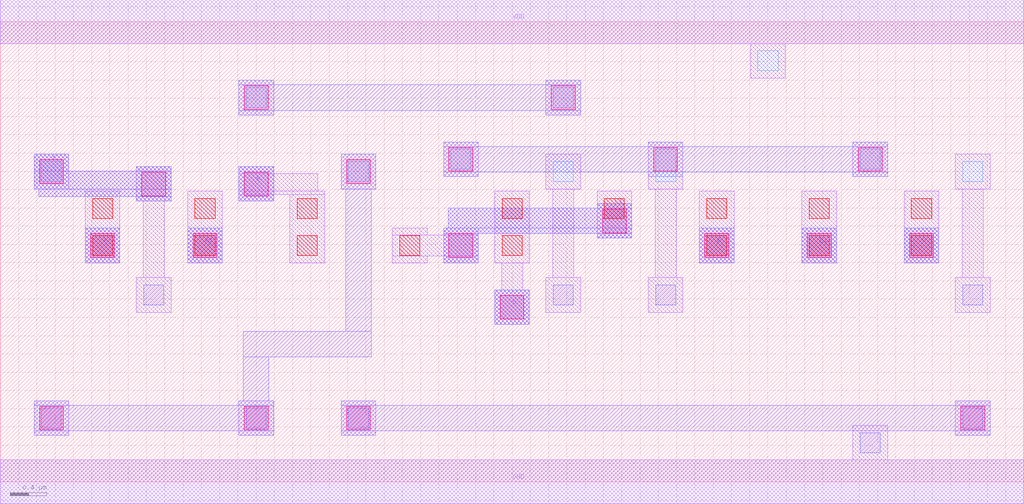
<source format=lef>
MACRO OAAOAAOI21212
 CLASS CORE ;
 FOREIGN OAAOAAOI21212 0 0 ;
 SIZE 11.200000000000001 BY 5.04 ;
 ORIGIN 0 0 ;
 SYMMETRY X Y R90 ;
 SITE unit ;
  PIN VDD
   DIRECTION INOUT ;
   USE POWER ;
   SHAPE ABUTMENT ;
    PORT
     CLASS CORE ;
       LAYER met1 ;
        RECT 0.00000000 4.80000000 11.20000000 5.28000000 ;
    END
  END VDD

  PIN GND
   DIRECTION INOUT ;
   USE POWER ;
   SHAPE ABUTMENT ;
    PORT
     CLASS CORE ;
       LAYER met1 ;
        RECT 0.00000000 -0.24000000 11.20000000 0.24000000 ;
    END
  END GND

  PIN Y
   DIRECTION INOUT ;
   USE SIGNAL ;
   SHAPE ABUTMENT ;
    PORT
     CLASS CORE ;
       LAYER met2 ;
        RECT 1.49000000 3.07200000 1.87000000 3.12200000 ;
        RECT 0.42000000 3.12200000 1.87000000 3.20700000 ;
        RECT 0.37000000 3.20700000 1.87000000 3.40200000 ;
        RECT 1.49000000 3.40200000 1.87000000 3.45200000 ;
        RECT 0.37000000 3.40200000 0.75000000 3.58700000 ;
    END
  END Y

  PIN B
   DIRECTION INOUT ;
   USE SIGNAL ;
   SHAPE ABUTMENT ;
    PORT
     CLASS CORE ;
       LAYER met2 ;
        RECT 2.61000000 3.07200000 2.99000000 3.45200000 ;
    END
  END B

  PIN C
   DIRECTION INOUT ;
   USE SIGNAL ;
   SHAPE ABUTMENT ;
    PORT
     CLASS CORE ;
       LAYER met2 ;
        RECT 5.41000000 1.72200000 5.79000000 2.10200000 ;
    END
  END C

  PIN E1
   DIRECTION INOUT ;
   USE SIGNAL ;
   SHAPE ABUTMENT ;
    PORT
     CLASS CORE ;
       LAYER met2 ;
        RECT 8.77000000 2.39700000 9.15000000 2.77700000 ;
    END
  END E1

  PIN D
   DIRECTION INOUT ;
   USE SIGNAL ;
   SHAPE ABUTMENT ;
    PORT
     CLASS CORE ;
       LAYER met2 ;
        RECT 9.89000000 2.39700000 10.27000000 2.77700000 ;
    END
  END D

  PIN A1
   DIRECTION INOUT ;
   USE SIGNAL ;
   SHAPE ABUTMENT ;
    PORT
     CLASS CORE ;
       LAYER met2 ;
        RECT 2.05000000 2.39700000 2.43000000 2.77700000 ;
    END
  END A1

  PIN A
   DIRECTION INOUT ;
   USE SIGNAL ;
   SHAPE ABUTMENT ;
    PORT
     CLASS CORE ;
       LAYER met2 ;
        RECT 0.93000000 2.39700000 1.31000000 2.77700000 ;
    END
  END A

  PIN C1
   DIRECTION INOUT ;
   USE SIGNAL ;
   SHAPE ABUTMENT ;
    PORT
     CLASS CORE ;
       LAYER met2 ;
        RECT 4.85000000 2.39700000 5.23000000 2.71700000 ;
        RECT 6.53000000 2.66700000 6.91000000 2.71700000 ;
        RECT 4.85000000 2.71700000 6.91000000 2.77700000 ;
        RECT 4.90000000 2.77700000 6.91000000 2.99700000 ;
        RECT 6.53000000 2.99700000 6.91000000 3.04700000 ;
    END
  END C1

  PIN E
   DIRECTION INOUT ;
   USE SIGNAL ;
   SHAPE ABUTMENT ;
    PORT
     CLASS CORE ;
       LAYER met2 ;
        RECT 7.65000000 2.39700000 8.03000000 2.77700000 ;
    END
  END E

 OBS
    LAYER polycont ;
     RECT 1.01000000 2.47700000 1.23000000 2.69700000 ;
     RECT 2.13000000 2.47700000 2.35000000 2.69700000 ;
     RECT 3.25000000 2.47700000 3.47000000 2.69700000 ;
     RECT 4.37000000 2.47700000 4.59000000 2.69700000 ;
     RECT 5.49000000 2.47700000 5.71000000 2.69700000 ;
     RECT 7.73000000 2.47700000 7.95000000 2.69700000 ;
     RECT 8.85000000 2.47700000 9.07000000 2.69700000 ;
     RECT 9.97000000 2.47700000 10.19000000 2.69700000 ;
     RECT 1.01000000 2.88200000 1.23000000 3.10200000 ;
     RECT 2.13000000 2.88200000 2.35000000 3.10200000 ;
     RECT 3.25000000 2.88200000 3.47000000 3.10200000 ;
     RECT 5.49000000 2.88200000 5.71000000 3.10200000 ;
     RECT 6.61000000 2.88200000 6.83000000 3.10200000 ;
     RECT 7.73000000 2.88200000 7.95000000 3.10200000 ;
     RECT 8.85000000 2.88200000 9.07000000 3.10200000 ;
     RECT 9.97000000 2.88200000 10.19000000 3.10200000 ;

    LAYER pdiffc ;
     RECT 0.45000000 3.28700000 0.67000000 3.50700000 ;
     RECT 3.81000000 3.28700000 4.03000000 3.50700000 ;
     RECT 6.05000000 3.28700000 6.27000000 3.50700000 ;
     RECT 10.53000000 3.28700000 10.75000000 3.50700000 ;
     RECT 4.93000000 3.42200000 5.15000000 3.64200000 ;
     RECT 7.17000000 3.28700000 7.39000000 3.64200000 ;
     RECT 9.41000000 3.42200000 9.63000000 3.64200000 ;
     RECT 2.69000000 4.09700000 2.91000000 4.31700000 ;
     RECT 6.05000000 4.09700000 6.27000000 4.31700000 ;
     RECT 8.29000000 4.50200000 8.51000000 4.72200000 ;

    LAYER ndiffc ;
     RECT 9.41000000 0.31700000 9.63000000 0.53700000 ;
     RECT 0.45000000 0.58700000 0.67000000 0.80700000 ;
     RECT 2.69000000 0.58700000 2.91000000 0.80700000 ;
     RECT 3.81000000 0.58700000 4.03000000 0.80700000 ;
     RECT 10.53000000 0.58700000 10.75000000 0.80700000 ;
     RECT 1.57000000 1.93700000 1.79000000 2.15700000 ;
     RECT 6.05000000 1.93700000 6.27000000 2.15700000 ;
     RECT 7.17000000 1.93700000 7.39000000 2.15700000 ;
     RECT 10.53000000 1.93700000 10.75000000 2.15700000 ;

    LAYER met1 ;
     RECT 0.00000000 -0.24000000 11.20000000 0.24000000 ;
     RECT 9.33000000 0.24000000 9.71000000 0.61700000 ;
     RECT 0.37000000 0.50700000 0.75000000 0.88700000 ;
     RECT 2.61000000 0.50700000 2.99000000 0.88700000 ;
     RECT 3.73000000 0.50700000 4.11000000 0.88700000 ;
     RECT 10.45000000 0.50700000 10.83000000 0.88700000 ;
     RECT 4.29000000 2.39700000 4.67000000 2.47200000 ;
     RECT 4.85000000 2.39700000 5.23000000 2.47200000 ;
     RECT 4.29000000 2.47200000 5.23000000 2.70200000 ;
     RECT 4.29000000 2.70200000 4.67000000 2.77700000 ;
     RECT 4.85000000 2.70200000 5.23000000 2.77700000 ;
     RECT 0.93000000 2.39700000 1.31000000 3.18200000 ;
     RECT 2.05000000 2.39700000 2.43000000 3.18200000 ;
     RECT 5.41000000 1.72200000 5.79000000 2.10200000 ;
     RECT 5.48500000 2.10200000 5.71500000 2.39700000 ;
     RECT 5.41000000 2.39700000 5.79000000 3.18200000 ;
     RECT 6.53000000 2.66700000 6.91000000 3.18200000 ;
     RECT 7.65000000 2.39700000 8.03000000 3.18200000 ;
     RECT 8.77000000 2.39700000 9.15000000 3.18200000 ;
     RECT 9.89000000 2.39700000 10.27000000 3.18200000 ;
     RECT 1.49000000 1.85700000 1.87000000 2.23700000 ;
     RECT 1.56500000 2.23700000 1.79500000 3.07200000 ;
     RECT 1.49000000 3.07200000 1.87000000 3.45200000 ;
     RECT 2.61000000 3.07200000 2.99000000 3.14700000 ;
     RECT 3.17000000 2.39700000 3.55000000 3.14700000 ;
     RECT 2.61000000 3.14700000 3.55000000 3.18200000 ;
     RECT 2.61000000 3.18200000 3.47500000 3.37700000 ;
     RECT 2.61000000 3.37700000 2.99000000 3.45200000 ;
     RECT 0.37000000 3.20700000 0.75000000 3.58700000 ;
     RECT 3.73000000 3.20700000 4.11000000 3.58700000 ;
     RECT 5.97000000 1.85700000 6.35000000 2.23700000 ;
     RECT 6.04500000 2.23700000 6.27500000 3.20700000 ;
     RECT 5.97000000 3.20700000 6.35000000 3.58700000 ;
     RECT 10.45000000 1.85700000 10.83000000 2.23700000 ;
     RECT 10.52500000 2.23700000 10.75500000 3.20700000 ;
     RECT 10.45000000 3.20700000 10.83000000 3.58700000 ;
     RECT 4.85000000 3.34200000 5.23000000 3.72200000 ;
     RECT 7.09000000 1.85700000 7.47000000 2.23700000 ;
     RECT 7.16500000 2.23700000 7.39500000 3.20700000 ;
     RECT 7.09000000 3.20700000 7.47000000 3.72200000 ;
     RECT 9.33000000 3.34200000 9.71000000 3.72200000 ;
     RECT 2.61000000 4.01700000 2.99000000 4.39700000 ;
     RECT 5.97000000 4.01700000 6.35000000 4.39700000 ;
     RECT 8.21000000 4.42200000 8.59000000 4.80000000 ;
     RECT 0.00000000 4.80000000 11.20000000 5.28000000 ;

    LAYER via1 ;
     RECT 0.43000000 0.56700000 0.69000000 0.82700000 ;
     RECT 2.67000000 0.56700000 2.93000000 0.82700000 ;
     RECT 3.79000000 0.56700000 4.05000000 0.82700000 ;
     RECT 10.51000000 0.56700000 10.77000000 0.82700000 ;
     RECT 5.47000000 1.78200000 5.73000000 2.04200000 ;
     RECT 0.99000000 2.45700000 1.25000000 2.71700000 ;
     RECT 2.11000000 2.45700000 2.37000000 2.71700000 ;
     RECT 4.91000000 2.45700000 5.17000000 2.71700000 ;
     RECT 7.71000000 2.45700000 7.97000000 2.71700000 ;
     RECT 8.83000000 2.45700000 9.09000000 2.71700000 ;
     RECT 9.95000000 2.45700000 10.21000000 2.71700000 ;
     RECT 6.59000000 2.72700000 6.85000000 2.98700000 ;
     RECT 1.55000000 3.13200000 1.81000000 3.39200000 ;
     RECT 2.67000000 3.13200000 2.93000000 3.39200000 ;
     RECT 0.43000000 3.26700000 0.69000000 3.52700000 ;
     RECT 3.79000000 3.26700000 4.05000000 3.52700000 ;
     RECT 4.91000000 3.40200000 5.17000000 3.66200000 ;
     RECT 7.15000000 3.40200000 7.41000000 3.66200000 ;
     RECT 9.39000000 3.40200000 9.65000000 3.66200000 ;
     RECT 2.67000000 4.07700000 2.93000000 4.33700000 ;
     RECT 6.03000000 4.07700000 6.29000000 4.33700000 ;

    LAYER met2 ;
     RECT 3.73000000 0.50700000 4.11000000 0.55700000 ;
     RECT 10.45000000 0.50700000 10.83000000 0.55700000 ;
     RECT 3.73000000 0.55700000 10.83000000 0.83700000 ;
     RECT 3.73000000 0.83700000 4.11000000 0.88700000 ;
     RECT 10.45000000 0.83700000 10.83000000 0.88700000 ;
     RECT 5.41000000 1.72200000 5.79000000 2.10200000 ;
     RECT 0.93000000 2.39700000 1.31000000 2.77700000 ;
     RECT 2.05000000 2.39700000 2.43000000 2.77700000 ;
     RECT 7.65000000 2.39700000 8.03000000 2.77700000 ;
     RECT 8.77000000 2.39700000 9.15000000 2.77700000 ;
     RECT 9.89000000 2.39700000 10.27000000 2.77700000 ;
     RECT 4.85000000 2.39700000 5.23000000 2.71700000 ;
     RECT 6.53000000 2.66700000 6.91000000 2.71700000 ;
     RECT 4.85000000 2.71700000 6.91000000 2.77700000 ;
     RECT 4.90000000 2.77700000 6.91000000 2.99700000 ;
     RECT 6.53000000 2.99700000 6.91000000 3.04700000 ;
     RECT 2.61000000 3.07200000 2.99000000 3.45200000 ;
     RECT 1.49000000 3.07200000 1.87000000 3.12200000 ;
     RECT 0.42000000 3.12200000 1.87000000 3.20700000 ;
     RECT 0.37000000 3.20700000 1.87000000 3.40200000 ;
     RECT 1.49000000 3.40200000 1.87000000 3.45200000 ;
     RECT 0.37000000 3.40200000 0.75000000 3.58700000 ;
     RECT 0.37000000 0.50700000 0.75000000 0.55700000 ;
     RECT 2.61000000 0.50700000 2.99000000 0.55700000 ;
     RECT 0.37000000 0.55700000 2.99000000 0.83700000 ;
     RECT 0.37000000 0.83700000 0.75000000 0.88700000 ;
     RECT 2.61000000 0.83700000 2.99000000 0.88700000 ;
     RECT 2.66000000 0.88700000 2.94000000 1.36700000 ;
     RECT 2.66000000 1.36700000 4.06000000 1.64700000 ;
     RECT 3.78000000 1.64700000 4.06000000 3.20700000 ;
     RECT 3.73000000 3.20700000 4.11000000 3.58700000 ;
     RECT 4.85000000 3.34200000 5.23000000 3.39200000 ;
     RECT 7.09000000 3.34200000 7.47000000 3.39200000 ;
     RECT 9.33000000 3.34200000 9.71000000 3.39200000 ;
     RECT 4.85000000 3.39200000 9.71000000 3.67200000 ;
     RECT 4.85000000 3.67200000 5.23000000 3.72200000 ;
     RECT 7.09000000 3.67200000 7.47000000 3.72200000 ;
     RECT 9.33000000 3.67200000 9.71000000 3.72200000 ;
     RECT 2.61000000 4.01700000 2.99000000 4.06700000 ;
     RECT 5.97000000 4.01700000 6.35000000 4.06700000 ;
     RECT 2.61000000 4.06700000 6.35000000 4.34700000 ;
     RECT 2.61000000 4.34700000 2.99000000 4.39700000 ;
     RECT 5.97000000 4.34700000 6.35000000 4.39700000 ;

 END
END OAAOAAOI21212

</source>
